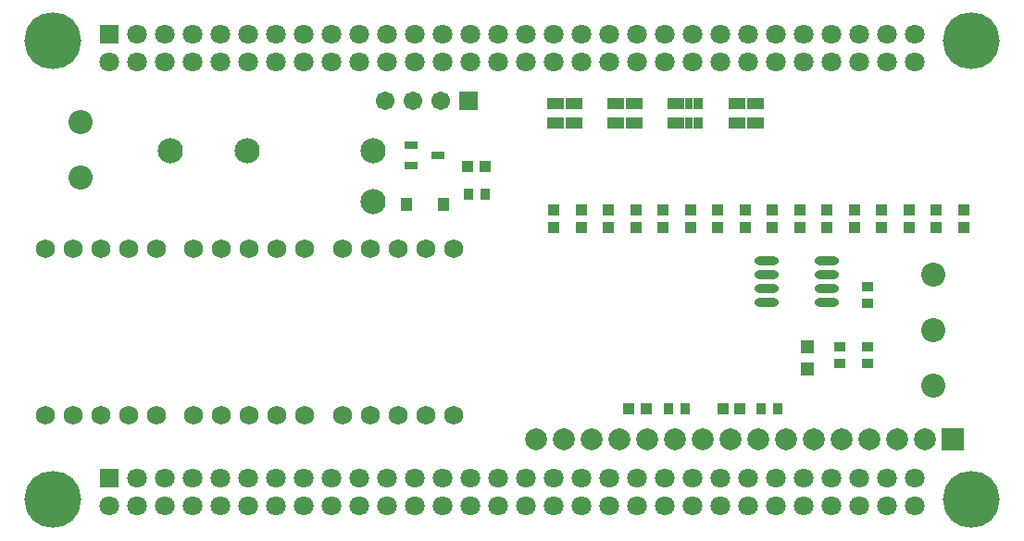
<source format=gts>
G04*
G04 #@! TF.GenerationSoftware,Altium Limited,Altium Designer,20.2.6 (244)*
G04*
G04 Layer_Color=8388736*
%FSLAX25Y25*%
%MOIN*%
G70*
G04*
G04 #@! TF.SameCoordinates,357903E5-7464-4FF3-9603-397411888FB0*
G04*
G04*
G04 #@! TF.FilePolarity,Negative*
G04*
G01*
G75*
%ADD29R,0.03950X0.03792*%
%ADD30R,0.03950X0.03950*%
%ADD31R,0.03792X0.03950*%
%ADD32R,0.03359X0.03950*%
%ADD33R,0.02769X0.03950*%
%ADD34O,0.08814X0.03060*%
%ADD35R,0.04737X0.04737*%
%ADD36R,0.04140X0.04928*%
%ADD37R,0.04613X0.02762*%
%ADD38R,0.03950X0.03950*%
%ADD39C,0.07099*%
%ADD40R,0.07099X0.07099*%
%ADD41C,0.09068*%
%ADD42C,0.06800*%
%ADD43C,0.08674*%
%ADD44C,0.07887*%
%ADD45R,0.07887X0.07887*%
%ADD46C,0.06706*%
%ADD47R,0.06706X0.06706*%
%ADD48C,0.20485*%
D29*
X295276Y66929D02*
D03*
Y60945D02*
D03*
X305118Y82598D02*
D03*
Y88583D02*
D03*
Y66929D02*
D03*
Y60945D02*
D03*
D30*
X219236Y44717D02*
D03*
X225532Y44744D02*
D03*
X252954Y44475D02*
D03*
X259250Y44502D02*
D03*
X167323Y131890D02*
D03*
X161027Y131863D02*
D03*
D31*
X239390Y44744D02*
D03*
X233406D02*
D03*
X272874Y44488D02*
D03*
X266890D02*
D03*
X167323Y122047D02*
D03*
X161339D02*
D03*
D32*
X256694Y147638D02*
D03*
Y154725D02*
D03*
X266142Y147638D02*
D03*
Y154725D02*
D03*
X234646Y147638D02*
D03*
Y154725D02*
D03*
X244094Y147638D02*
D03*
Y154725D02*
D03*
X212993Y147638D02*
D03*
Y154725D02*
D03*
X222441Y147638D02*
D03*
Y154725D02*
D03*
X191339Y147638D02*
D03*
Y154725D02*
D03*
X200787Y147638D02*
D03*
Y154725D02*
D03*
D33*
X259843Y147638D02*
D03*
Y154725D02*
D03*
X262993Y147638D02*
D03*
Y154725D02*
D03*
X237795Y147638D02*
D03*
Y154725D02*
D03*
X240945Y147638D02*
D03*
Y154725D02*
D03*
X216142Y147638D02*
D03*
Y154725D02*
D03*
X219292Y147638D02*
D03*
Y154725D02*
D03*
X194488Y147638D02*
D03*
Y154725D02*
D03*
X197638Y147638D02*
D03*
Y154725D02*
D03*
D34*
X290424Y83051D02*
D03*
Y88051D02*
D03*
Y93051D02*
D03*
Y98051D02*
D03*
X268631Y83051D02*
D03*
Y88051D02*
D03*
Y93051D02*
D03*
Y98051D02*
D03*
D35*
X283465Y59055D02*
D03*
Y66929D02*
D03*
D36*
X139006Y118110D02*
D03*
X152332D02*
D03*
D37*
X150532Y135827D02*
D03*
X140807Y132087D02*
D03*
Y139567D02*
D03*
D38*
X339764Y116142D02*
D03*
X339791Y109846D02*
D03*
X329921Y116142D02*
D03*
X329948Y109846D02*
D03*
X320079Y116142D02*
D03*
X320106Y109846D02*
D03*
X310236Y116142D02*
D03*
X310263Y109846D02*
D03*
X300394Y116142D02*
D03*
X300421Y109846D02*
D03*
X290551Y116142D02*
D03*
X290578Y109846D02*
D03*
X280709Y116142D02*
D03*
X280736Y109846D02*
D03*
X270866Y116142D02*
D03*
X270893Y109846D02*
D03*
X261024Y116142D02*
D03*
X261051Y109846D02*
D03*
X251181Y116142D02*
D03*
X251208Y109846D02*
D03*
X241339Y116142D02*
D03*
X241366Y109846D02*
D03*
X231496Y116142D02*
D03*
X231523Y109846D02*
D03*
X221654Y116142D02*
D03*
X221681Y109846D02*
D03*
X211811Y116142D02*
D03*
X211838Y109846D02*
D03*
X201968Y116142D02*
D03*
X201995Y109846D02*
D03*
X192126Y116142D02*
D03*
X192153Y109846D02*
D03*
D39*
X322165Y169488D02*
D03*
Y179488D02*
D03*
X312165Y169488D02*
D03*
Y179488D02*
D03*
X302165Y169488D02*
D03*
Y179488D02*
D03*
X292165Y169488D02*
D03*
Y179488D02*
D03*
X282165Y169488D02*
D03*
Y179488D02*
D03*
X272165Y169488D02*
D03*
Y179488D02*
D03*
X262165Y169488D02*
D03*
Y179488D02*
D03*
X252165Y169488D02*
D03*
Y179488D02*
D03*
X242165Y169488D02*
D03*
Y179488D02*
D03*
X232165Y169488D02*
D03*
Y179488D02*
D03*
X222165Y169488D02*
D03*
Y179488D02*
D03*
X212165Y169488D02*
D03*
Y179488D02*
D03*
X202165Y169488D02*
D03*
Y179488D02*
D03*
X192165Y169488D02*
D03*
Y179488D02*
D03*
X182165Y169488D02*
D03*
Y179488D02*
D03*
X172165Y169488D02*
D03*
Y179488D02*
D03*
X162165Y169488D02*
D03*
Y179488D02*
D03*
X152165Y169488D02*
D03*
Y179488D02*
D03*
X142165Y169488D02*
D03*
Y179488D02*
D03*
X132165Y169488D02*
D03*
Y179488D02*
D03*
X122165Y169488D02*
D03*
Y179488D02*
D03*
X112165Y169488D02*
D03*
Y179488D02*
D03*
X102165Y169488D02*
D03*
Y179488D02*
D03*
X92165Y169488D02*
D03*
Y179488D02*
D03*
X82165Y169488D02*
D03*
Y179488D02*
D03*
X72165Y169488D02*
D03*
Y179488D02*
D03*
X62165Y169488D02*
D03*
Y179488D02*
D03*
X52165Y169488D02*
D03*
Y179488D02*
D03*
X42165Y169488D02*
D03*
Y179488D02*
D03*
X32165Y169488D02*
D03*
Y9488D02*
D03*
X42165Y19488D02*
D03*
Y9488D02*
D03*
X52165Y19488D02*
D03*
Y9488D02*
D03*
X62165Y19488D02*
D03*
Y9488D02*
D03*
X72165Y19488D02*
D03*
Y9488D02*
D03*
X82165Y19488D02*
D03*
Y9488D02*
D03*
X92165Y19488D02*
D03*
Y9488D02*
D03*
X102165Y19488D02*
D03*
Y9488D02*
D03*
X112165Y19488D02*
D03*
Y9488D02*
D03*
X122165Y19488D02*
D03*
Y9488D02*
D03*
X132165Y19488D02*
D03*
Y9488D02*
D03*
X142165Y19488D02*
D03*
Y9488D02*
D03*
X152165Y19488D02*
D03*
Y9488D02*
D03*
X162165Y19488D02*
D03*
Y9488D02*
D03*
X172165Y19488D02*
D03*
Y9488D02*
D03*
X182165Y19488D02*
D03*
Y9488D02*
D03*
X192165Y19488D02*
D03*
Y9488D02*
D03*
X202165Y19488D02*
D03*
Y9488D02*
D03*
X212165Y19488D02*
D03*
Y9488D02*
D03*
X222165Y19488D02*
D03*
Y9488D02*
D03*
X232165Y19488D02*
D03*
Y9488D02*
D03*
X242165Y19488D02*
D03*
Y9488D02*
D03*
X252165Y19488D02*
D03*
Y9488D02*
D03*
X262165Y19488D02*
D03*
Y9488D02*
D03*
X272165Y19488D02*
D03*
Y9488D02*
D03*
X282165Y19488D02*
D03*
Y9488D02*
D03*
X292165Y19488D02*
D03*
Y9488D02*
D03*
X302165Y19488D02*
D03*
Y9488D02*
D03*
X312165Y19488D02*
D03*
Y9488D02*
D03*
X322165Y19488D02*
D03*
Y9488D02*
D03*
D40*
X32165Y179488D02*
D03*
Y19488D02*
D03*
D41*
X126968Y119094D02*
D03*
X54134Y137598D02*
D03*
X81693D02*
D03*
X126968D02*
D03*
D42*
X9213Y42362D02*
D03*
X19213D02*
D03*
X29213D02*
D03*
X39213D02*
D03*
X49213D02*
D03*
X9213Y102362D02*
D03*
X19213D02*
D03*
X29213D02*
D03*
X39213D02*
D03*
X49213D02*
D03*
X115984Y42362D02*
D03*
X125984D02*
D03*
X135984D02*
D03*
X145984D02*
D03*
X155984D02*
D03*
X115984Y102362D02*
D03*
X125984D02*
D03*
X135984D02*
D03*
X145984D02*
D03*
X155984D02*
D03*
X62520Y42362D02*
D03*
X72520D02*
D03*
X82520D02*
D03*
X92520D02*
D03*
X102520D02*
D03*
X62520Y102362D02*
D03*
X72520D02*
D03*
X82520D02*
D03*
X92520D02*
D03*
X102520D02*
D03*
D43*
X21654Y127795D02*
D03*
Y147795D02*
D03*
X328740Y52835D02*
D03*
Y72835D02*
D03*
Y92835D02*
D03*
D44*
X185905Y33465D02*
D03*
X195905D02*
D03*
X205905D02*
D03*
X215905D02*
D03*
X225905D02*
D03*
X235905D02*
D03*
X245905D02*
D03*
X255905D02*
D03*
X265905D02*
D03*
X275905D02*
D03*
X285905D02*
D03*
X295905D02*
D03*
X305905D02*
D03*
X315905D02*
D03*
X325905D02*
D03*
D45*
X335905D02*
D03*
D46*
X131417Y155512D02*
D03*
X141417D02*
D03*
X151417D02*
D03*
D47*
X161417D02*
D03*
D48*
X342520Y11811D02*
D03*
X11811D02*
D03*
X342520Y177165D02*
D03*
X11811D02*
D03*
M02*

</source>
